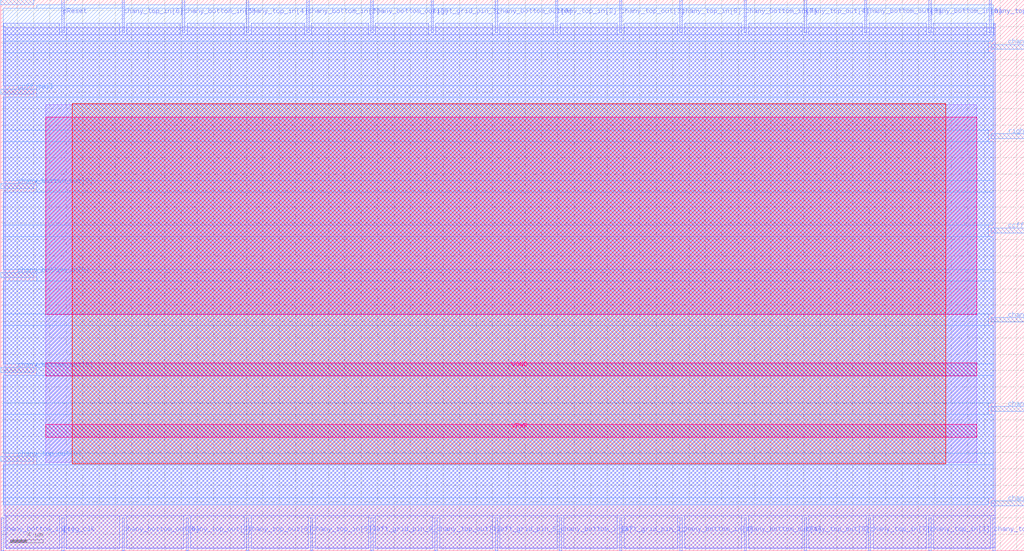
<source format=lef>
VERSION 5.7 ;
  NAMESCASESENSITIVE ON ;
  NOWIREEXTENSIONATPIN ON ;
  DIVIDERCHAR "/" ;
  BUSBITCHARS "[]" ;
UNITS
  DATABASE MICRONS 200 ;
END UNITS

MACRO cby_1__1_
  CLASS BLOCK ;
  FOREIGN cby_1__1_ ;
  ORIGIN 0.000 0.000 ;
  SIZE 124.905 BY 67.305 ;
  PIN ccff_head
    DIRECTION INPUT ;
    PORT
      LAYER met3 ;
        RECT 120.905 38.800 124.905 39.400 ;
    END
  END ccff_head
  PIN ccff_tail
    DIRECTION OUTPUT TRISTATE ;
    PORT
      LAYER met3 ;
        RECT 0.000 55.800 4.000 56.400 ;
    END
  END ccff_tail
  PIN chany_bottom_in[0]
    DIRECTION INPUT ;
    PORT
      LAYER met3 ;
        RECT 0.000 33.360 4.000 33.960 ;
    END
  END chany_bottom_in[0]
  PIN chany_bottom_in[1]
    DIRECTION INPUT ;
    PORT
      LAYER met2 ;
        RECT 0.090 0.000 0.370 4.000 ;
    END
  END chany_bottom_in[1]
  PIN chany_bottom_in[2]
    DIRECTION INPUT ;
    PORT
      LAYER met2 ;
        RECT 37.350 63.305 37.630 67.305 ;
    END
  END chany_bottom_in[2]
  PIN chany_bottom_in[3]
    DIRECTION INPUT ;
    PORT
      LAYER met2 ;
        RECT 68.170 0.000 68.450 4.000 ;
    END
  END chany_bottom_in[3]
  PIN chany_bottom_in[4]
    DIRECTION INPUT ;
    PORT
      LAYER met2 ;
        RECT 82.890 0.000 83.170 4.000 ;
    END
  END chany_bottom_in[4]
  PIN chany_bottom_in[5]
    DIRECTION INPUT ;
    PORT
      LAYER met2 ;
        RECT 22.170 63.305 22.450 67.305 ;
    END
  END chany_bottom_in[5]
  PIN chany_bottom_in[6]
    DIRECTION INPUT ;
    PORT
      LAYER met2 ;
        RECT 113.250 63.305 113.530 67.305 ;
    END
  END chany_bottom_in[6]
  PIN chany_bottom_in[7]
    DIRECTION INPUT ;
    PORT
      LAYER met2 ;
        RECT 90.710 63.305 90.990 67.305 ;
    END
  END chany_bottom_in[7]
  PIN chany_bottom_in[8]
    DIRECTION INPUT ;
    PORT
      LAYER met3 ;
        RECT 120.905 61.240 124.905 61.840 ;
    END
  END chany_bottom_in[8]
  PIN chany_bottom_out[0]
    DIRECTION OUTPUT TRISTATE ;
    PORT
      LAYER met3 ;
        RECT 0.000 21.800 4.000 22.400 ;
    END
  END chany_bottom_out[0]
  PIN chany_bottom_out[1]
    DIRECTION OUTPUT TRISTATE ;
    PORT
      LAYER met2 ;
        RECT 90.710 0.000 90.990 4.000 ;
    END
  END chany_bottom_out[1]
  PIN chany_bottom_out[2]
    DIRECTION OUTPUT TRISTATE ;
    PORT
      LAYER met3 ;
        RECT 0.000 44.240 4.000 44.840 ;
    END
  END chany_bottom_out[2]
  PIN chany_bottom_out[3]
    DIRECTION OUTPUT TRISTATE ;
    PORT
      LAYER met2 ;
        RECT 45.170 63.305 45.450 67.305 ;
    END
  END chany_bottom_out[3]
  PIN chany_bottom_out[4]
    DIRECTION OUTPUT TRISTATE ;
    PORT
      LAYER met2 ;
        RECT 14.810 0.000 15.090 4.000 ;
    END
  END chany_bottom_out[4]
  PIN chany_bottom_out[5]
    DIRECTION OUTPUT TRISTATE ;
    PORT
      LAYER met3 ;
        RECT 120.905 5.480 124.905 6.080 ;
    END
  END chany_bottom_out[5]
  PIN chany_bottom_out[6]
    DIRECTION OUTPUT TRISTATE ;
    PORT
      LAYER met2 ;
        RECT 60.350 63.305 60.630 67.305 ;
    END
  END chany_bottom_out[6]
  PIN chany_bottom_out[7]
    DIRECTION OUTPUT TRISTATE ;
    PORT
      LAYER met3 ;
        RECT 120.905 27.920 124.905 28.520 ;
    END
  END chany_bottom_out[7]
  PIN chany_bottom_out[8]
    DIRECTION OUTPUT TRISTATE ;
    PORT
      LAYER met2 ;
        RECT 105.430 63.305 105.710 67.305 ;
    END
  END chany_bottom_out[8]
  PIN chany_top_in[0]
    DIRECTION INPUT ;
    PORT
      LAYER met2 ;
        RECT 121.070 0.000 121.350 4.000 ;
    END
  END chany_top_in[0]
  PIN chany_top_in[1]
    DIRECTION INPUT ;
    PORT
      LAYER met3 ;
        RECT 0.000 66.680 4.000 67.280 ;
    END
  END chany_top_in[1]
  PIN chany_top_in[2]
    DIRECTION INPUT ;
    PORT
      LAYER met2 ;
        RECT 67.710 63.305 67.990 67.305 ;
    END
  END chany_top_in[2]
  PIN chany_top_in[3]
    DIRECTION INPUT ;
    PORT
      LAYER met2 ;
        RECT 113.250 0.000 113.530 4.000 ;
    END
  END chany_top_in[3]
  PIN chany_top_in[4]
    DIRECTION INPUT ;
    PORT
      LAYER met2 ;
        RECT 29.990 63.305 30.270 67.305 ;
    END
  END chany_top_in[4]
  PIN chany_top_in[5]
    DIRECTION INPUT ;
    PORT
      LAYER met2 ;
        RECT 37.810 0.000 38.090 4.000 ;
    END
  END chany_top_in[5]
  PIN chany_top_in[6]
    DIRECTION INPUT ;
    PORT
      LAYER met2 ;
        RECT 14.810 63.305 15.090 67.305 ;
    END
  END chany_top_in[6]
  PIN chany_top_in[7]
    DIRECTION INPUT ;
    PORT
      LAYER met2 ;
        RECT 105.890 0.000 106.170 4.000 ;
    END
  END chany_top_in[7]
  PIN chany_top_in[8]
    DIRECTION INPUT ;
    PORT
      LAYER met2 ;
        RECT 82.890 63.305 83.170 67.305 ;
    END
  END chany_top_in[8]
  PIN chany_top_out[0]
    DIRECTION OUTPUT TRISTATE ;
    PORT
      LAYER met3 ;
        RECT 0.000 10.920 4.000 11.520 ;
    END
  END chany_top_out[0]
  PIN chany_top_out[1]
    DIRECTION OUTPUT TRISTATE ;
    PORT
      LAYER met2 ;
        RECT 52.990 0.000 53.270 4.000 ;
    END
  END chany_top_out[1]
  PIN chany_top_out[2]
    DIRECTION OUTPUT TRISTATE ;
    PORT
      LAYER met2 ;
        RECT 120.610 63.305 120.890 67.305 ;
    END
  END chany_top_out[2]
  PIN chany_top_out[3]
    DIRECTION OUTPUT TRISTATE ;
    PORT
      LAYER met2 ;
        RECT 75.530 63.305 75.810 67.305 ;
    END
  END chany_top_out[3]
  PIN chany_top_out[4]
    DIRECTION OUTPUT TRISTATE ;
    PORT
      LAYER met2 ;
        RECT 98.070 63.305 98.350 67.305 ;
    END
  END chany_top_out[4]
  PIN chany_top_out[5]
    DIRECTION OUTPUT TRISTATE ;
    PORT
      LAYER met3 ;
        RECT 120.905 17.040 124.905 17.640 ;
    END
  END chany_top_out[5]
  PIN chany_top_out[6]
    DIRECTION OUTPUT TRISTATE ;
    PORT
      LAYER met2 ;
        RECT 29.990 0.000 30.270 4.000 ;
    END
  END chany_top_out[6]
  PIN chany_top_out[7]
    DIRECTION OUTPUT TRISTATE ;
    PORT
      LAYER met2 ;
        RECT 22.630 0.000 22.910 4.000 ;
    END
  END chany_top_out[7]
  PIN chany_top_out[8]
    DIRECTION OUTPUT TRISTATE ;
    PORT
      LAYER met2 ;
        RECT 98.070 0.000 98.350 4.000 ;
    END
  END chany_top_out[8]
  PIN left_grid_pin_1_
    DIRECTION OUTPUT TRISTATE ;
    PORT
      LAYER met2 ;
        RECT 75.530 0.000 75.810 4.000 ;
    END
  END left_grid_pin_1_
  PIN left_grid_pin_5_
    DIRECTION OUTPUT TRISTATE ;
    PORT
      LAYER met2 ;
        RECT 60.350 0.000 60.630 4.000 ;
    END
  END left_grid_pin_5_
  PIN left_grid_pin_9_
    DIRECTION OUTPUT TRISTATE ;
    PORT
      LAYER met2 ;
        RECT 45.170 0.000 45.450 4.000 ;
    END
  END left_grid_pin_9_
  PIN pReset
    DIRECTION INPUT ;
    PORT
      LAYER met2 ;
        RECT 7.450 63.305 7.730 67.305 ;
    END
  END pReset
  PIN prog_clk
    DIRECTION INPUT ;
    PORT
      LAYER met2 ;
        RECT 7.450 0.000 7.730 4.000 ;
    END
  END prog_clk
  PIN right_grid_pin_3_
    DIRECTION OUTPUT TRISTATE ;
    PORT
      LAYER met2 ;
        RECT 52.530 63.305 52.810 67.305 ;
    END
  END right_grid_pin_3_
  PIN right_grid_pin_7_
    DIRECTION OUTPUT TRISTATE ;
    PORT
      LAYER met3 ;
        RECT 120.905 50.360 124.905 50.960 ;
    END
  END right_grid_pin_7_
  PIN VPWR
    DIRECTION INPUT ;
    USE POWER ;
    PORT
      LAYER met5 ;
        RECT 5.520 13.840 119.140 15.440 ;
    END
  END VPWR
  PIN VGND
    DIRECTION INPUT ;
    USE GROUND ;
    PORT
      LAYER met5 ;
        RECT 5.520 21.340 119.140 22.940 ;
    END
  END VGND
  OBS
      LAYER li1 ;
        RECT 5.520 10.795 119.140 54.485 ;
      LAYER met1 ;
        RECT 0.530 0.380 121.370 63.880 ;
      LAYER met2 ;
        RECT 0.370 63.025 7.170 64.445 ;
        RECT 8.010 63.025 14.530 64.445 ;
        RECT 15.370 63.025 21.890 64.445 ;
        RECT 22.730 63.025 29.710 64.445 ;
        RECT 30.550 63.025 37.070 64.445 ;
        RECT 37.910 63.025 44.890 64.445 ;
        RECT 45.730 63.025 52.250 64.445 ;
        RECT 53.090 63.025 60.070 64.445 ;
        RECT 60.910 63.025 67.430 64.445 ;
        RECT 68.270 63.025 75.250 64.445 ;
        RECT 76.090 63.025 82.610 64.445 ;
        RECT 83.450 63.025 90.430 64.445 ;
        RECT 91.270 63.025 97.790 64.445 ;
        RECT 98.630 63.025 105.150 64.445 ;
        RECT 105.990 63.025 112.970 64.445 ;
        RECT 113.810 63.025 120.330 64.445 ;
        RECT 121.170 63.025 121.340 64.445 ;
        RECT 0.370 4.280 121.340 63.025 ;
        RECT 0.650 0.270 7.170 4.280 ;
        RECT 8.010 0.270 14.530 4.280 ;
        RECT 15.370 0.270 22.350 4.280 ;
        RECT 23.190 0.270 29.710 4.280 ;
        RECT 30.550 0.270 37.530 4.280 ;
        RECT 38.370 0.270 44.890 4.280 ;
        RECT 45.730 0.270 52.710 4.280 ;
        RECT 53.550 0.270 60.070 4.280 ;
        RECT 60.910 0.270 67.890 4.280 ;
        RECT 68.730 0.270 75.250 4.280 ;
        RECT 76.090 0.270 82.610 4.280 ;
        RECT 83.450 0.270 90.430 4.280 ;
        RECT 91.270 0.270 97.790 4.280 ;
        RECT 98.630 0.270 105.610 4.280 ;
        RECT 106.450 0.270 112.970 4.280 ;
        RECT 113.810 0.270 120.790 4.280 ;
      LAYER met3 ;
        RECT 4.400 66.280 121.130 66.680 ;
        RECT 0.310 62.240 121.130 66.280 ;
        RECT 0.310 60.840 120.505 62.240 ;
        RECT 0.310 56.800 121.130 60.840 ;
        RECT 4.400 55.400 121.130 56.800 ;
        RECT 0.310 51.360 121.130 55.400 ;
        RECT 0.310 49.960 120.505 51.360 ;
        RECT 0.310 45.240 121.130 49.960 ;
        RECT 4.400 43.840 121.130 45.240 ;
        RECT 0.310 39.800 121.130 43.840 ;
        RECT 0.310 38.400 120.505 39.800 ;
        RECT 0.310 34.360 121.130 38.400 ;
        RECT 4.400 32.960 121.130 34.360 ;
        RECT 0.310 28.920 121.130 32.960 ;
        RECT 0.310 27.520 120.505 28.920 ;
        RECT 0.310 22.800 121.130 27.520 ;
        RECT 4.400 21.400 121.130 22.800 ;
        RECT 0.310 18.040 121.130 21.400 ;
        RECT 0.310 16.640 120.505 18.040 ;
        RECT 0.310 11.920 121.130 16.640 ;
        RECT 4.400 10.520 121.130 11.920 ;
        RECT 0.310 6.480 121.130 10.520 ;
        RECT 0.310 5.630 120.505 6.480 ;
      LAYER met4 ;
        RECT 8.720 10.640 115.320 54.640 ;
      LAYER met5 ;
        RECT 5.520 28.840 119.140 52.940 ;
  END
END cby_1__1_
END LIBRARY


</source>
